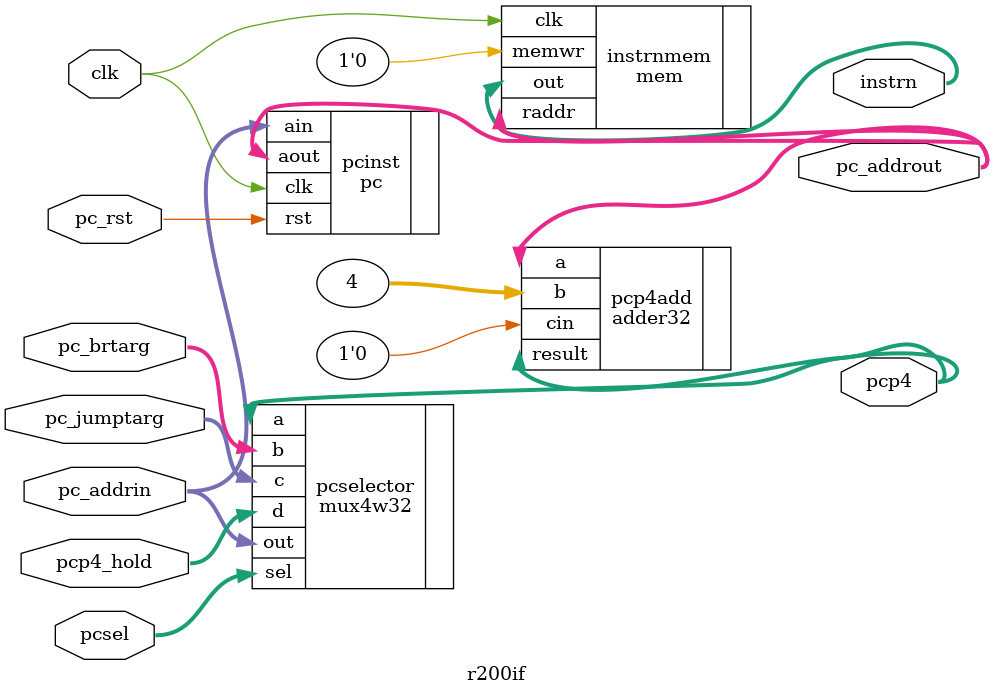
<source format=v>
module r200if(
	clk,
	pc_addrin,
	pc_addrout,
	pcp4,
	pcp4_hold,
	pc_brtarg,
	pc_jumptarg,
	pc_rst,
	pcsel,
	instrn
);
//input
input wire clk;
input wire [31:0] pc_brtarg;
input wire [31:0] pc_jumptarg;
input wire [31:0] pc_addrin;
input wire [31:0] pcp4_hold;
input wire [1:0] pcsel;
input wire pc_rst; // TODO: leave as reg or not?
//output
output wire [31:0] instrn; // current instruction
output wire [31:0] pc_addrout;
output wire [31:0] pcp4;

pc pcinst( //program counter
	.clk(clk),
	.ain(pc_addrin),
	.aout(pc_addrout),
	.rst(pc_rst)
);
adder32 pcp4add( //pc+4 adder
	.a(pc_addrout),
	.b(32'h4),
	.cin(1'b0),
	.result(pcp4)
);
mem instrnmem( //instruction memory
	.out(instrn),
	.raddr(pc_addrout),
	.memwr(1'b0),
	.clk(clk)
);
mux4w32 pcselector(
	.a(pcp4),
	.b(pc_brtarg),
	.c(pc_jumptarg),
	.d(pcp4_hold),
	.out(pc_addrin),
	.sel(pcsel)
);

endmodule

</source>
